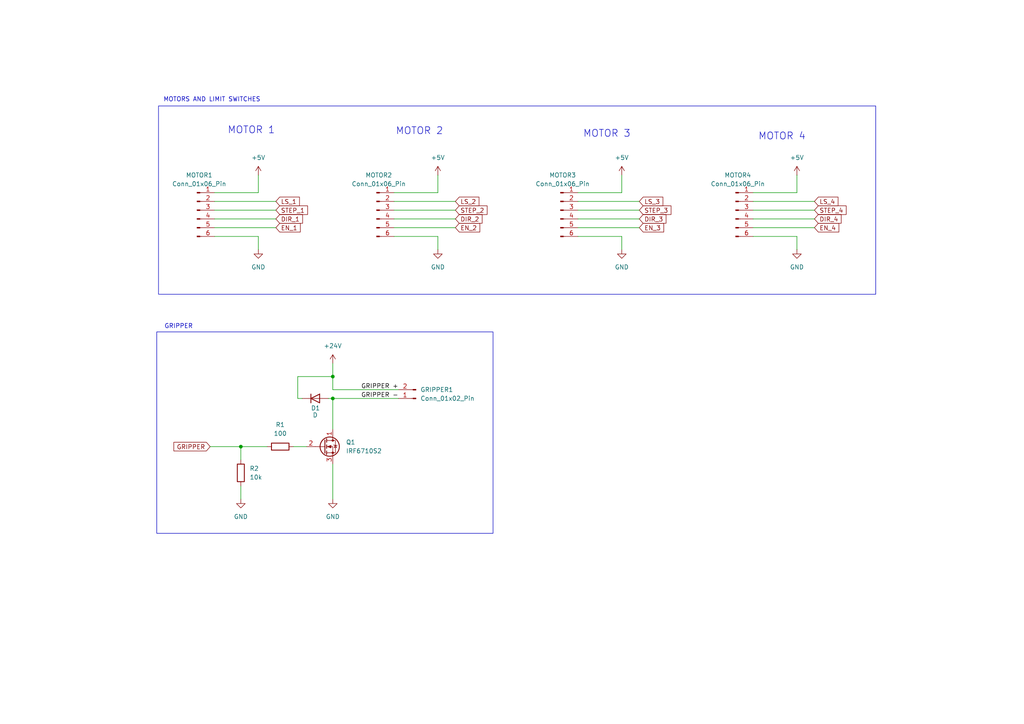
<source format=kicad_sch>
(kicad_sch (version 20231120) (generator "eeschema") (generator_version "8.0")
  (paper "A4")
  (lib_symbols
    (symbol "Connector:Conn_01x02_Pin" (pin_names (offset 1.016) hide)
      (property "Reference" "J" (at 0 2.54 0))
      (property "Value" "Conn_01x02_Pin" (at 0 -5.08 0))
      (symbol "Conn_01x02_Pin_1_1"
        (polyline (pts (xy 1.27 -2.54) (xy 0.8636 -2.54)) (stroke (width 0.1524)))
        (polyline (pts (xy 1.27 0) (xy 0.8636 0)) (stroke (width 0.1524)))
        (rectangle (start 0.8636 -2.413) (end 0 -2.667) (stroke (width 0.1524)) (fill (type outline)))
        (rectangle (start 0.8636 0.127) (end 0 -0.127) (stroke (width 0.1524)) (fill (type outline)))
        (pin passive line (at 5.08 0 180) (length 3.81) (name "Pin_1") (number "1"))
        (pin passive line (at 5.08 -2.54 180) (length 3.81) (name "Pin_2") (number "2"))
      )
    )
    (symbol "Connector:Conn_01x06_Pin" (pin_names (offset 1.016) hide)
      (property "Reference" "J" (at 0 7.62 0))
      (property "Value" "Conn_01x06_Pin" (at 0 -10.16 0))
      (symbol "Conn_01x06_Pin_1_1"
        (polyline (pts (xy 1.27 -7.62) (xy 0.8636 -7.62)) (stroke (width 0.1524)))
        (polyline (pts (xy 1.27 -5.08) (xy 0.8636 -5.08)) (stroke (width 0.1524)))
        (polyline (pts (xy 1.27 -2.54) (xy 0.8636 -2.54)) (stroke (width 0.1524)))
        (polyline (pts (xy 1.27 0) (xy 0.8636 0)) (stroke (width 0.1524)))
        (polyline (pts (xy 1.27 2.54) (xy 0.8636 2.54)) (stroke (width 0.1524)))
        (polyline (pts (xy 1.27 5.08) (xy 0.8636 5.08)) (stroke (width 0.1524)))
        (rectangle (start 0.8636 -7.493) (end 0 -7.747) (stroke (width 0.1524)) (fill (type outline)))
        (rectangle (start 0.8636 -4.953) (end 0 -5.207) (stroke (width 0.1524)) (fill (type outline)))
        (rectangle (start 0.8636 -2.413) (end 0 -2.667) (stroke (width 0.1524)) (fill (type outline)))
        (rectangle (start 0.8636 0.127) (end 0 -0.127) (stroke (width 0.1524)) (fill (type outline)))
        (rectangle (start 0.8636 2.667) (end 0 2.413) (stroke (width 0.1524)) (fill (type outline)))
        (rectangle (start 0.8636 5.207) (end 0 4.953) (stroke (width 0.1524)) (fill (type outline)))
        (pin passive line (at 5.08 5.08 180) (length 3.81) (name "Pin_1") (number "1"))
        (pin passive line (at 5.08 2.54 180) (length 3.81) (name "Pin_2") (number "2"))
        (pin passive line (at 5.08 0 180) (length 3.81) (name "Pin_3") (number "3"))
        (pin passive line (at 5.08 -2.54 180) (length 3.81) (name "Pin_4") (number "4"))
        (pin passive line (at 5.08 -5.08 180) (length 3.81) (name "Pin_5") (number "5"))
        (pin passive line (at 5.08 -7.62 180) (length 3.81) (name "Pin_6") (number "6"))
      )
    )
    (symbol "Device:D" (pin_numbers hide) (pin_names (offset 1.016) hide)
      (property "Reference" "D" (at 0 2.54 0))
      (property "Value" "D" (at 0 -2.54 0))
      (symbol "D_0_1"
        (polyline (pts (xy -1.27 1.27) (xy -1.27 -1.27)) (stroke (width 0.254)))
        (polyline (pts (xy 1.27 0) (xy -1.27 0)))
        (polyline (pts (xy 1.27 1.27) (xy 1.27 -1.27) (xy -1.27 0) (xy 1.27 1.27)) (stroke (width 0.254)))
      )
      (symbol "D_1_1"
        (pin passive line (at -3.81 0 0) (length 2.54) (name "K") (number "1"))
        (pin passive line (at 3.81 0 180) (length 2.54) (name "A") (number "2"))
      )
    )
    (symbol "Device:R" (pin_numbers hide) (pin_names (offset 0))
      (property "Reference" "R" (at 2.032 0 90))
      (property "Value" "R" (at 0 0 90))
      (symbol "R_0_1"
        (rectangle (start -1.016 -2.54) (end 1.016 2.54) (stroke (width 0.254)))
      )
      (symbol "R_1_1"
        (pin passive line (at 0 3.81 270) (length 1.27) (name "~") (number "1"))
        (pin passive line (at 0 -3.81 90) (length 1.27) (name "~") (number "2"))
      )
    )
    (symbol "Transistor_FET:IRF6710S2" (pin_names hide)
      (property "Reference" "Q" (at 5.08 1.905 0))
      (property "Value" "IRF6710S2" (at 5.08 0 0))
      (symbol "IRF6710S2_0_1"
        (polyline (pts (xy 0.254 0) (xy -2.54 0)))
        (polyline (pts (xy 0.254 1.905) (xy 0.254 -1.905)) (stroke (width 0.254)))
        (polyline (pts (xy 0.762 -1.27) (xy 0.762 -2.286)) (stroke (width 0.254)))
        (polyline (pts (xy 0.762 0.508) (xy 0.762 -0.508)) (stroke (width 0.254)))
        (polyline (pts (xy 0.762 2.286) (xy 0.762 1.27)) (stroke (width 0.254)))
        (polyline (pts (xy 2.54 2.54) (xy 2.54 1.778)))
        (polyline (pts (xy 2.54 -2.54) (xy 2.54 0) (xy 0.762 0)))
        (polyline (pts (xy 0.762 -1.778) (xy 3.302 -1.778) (xy 3.302 1.778) (xy 0.762 1.778)))
        (polyline (pts (xy 1.016 0) (xy 2.032 0.381) (xy 2.032 -0.381) (xy 1.016 0)) (fill (type outline)))
        (polyline (pts (xy 2.794 0.508) (xy 2.921 0.381) (xy 3.683 0.381) (xy 3.81 0.254)))
        (polyline (pts (xy 3.302 0.381) (xy 2.921 -0.254) (xy 3.683 -0.254) (xy 3.302 0.381)))
        (circle (center 1.651 0) (radius 2.794) (stroke (width 0.254)))
        (circle (center 2.54 -1.778) (radius 0.254) (fill (type outline)))
        (circle (center 2.54 1.778) (radius 0.254) (fill (type outline)))
      )
      (symbol "IRF6710S2_1_1"
        (pin passive line (at 2.54 5.08 270) (length 2.54) (name "D") (number "1"))
        (pin input line (at -5.08 0 0) (length 2.54) (name "G") (number "2"))
        (pin passive line (at 2.54 -5.08 90) (length 2.54) (name "S") (number "3"))
      )
    )
    (symbol "power:+24V" (power) (pin_numbers hide) (pin_names (offset 0) hide)
      (property "Value" "+24V" (at 0 3.556 0))
      (symbol "+24V_0_1"
        (polyline (pts (xy -0.762 1.27) (xy 0 2.54)))
        (polyline (pts (xy 0 0) (xy 0 2.54)))
        (polyline (pts (xy 0 2.54) (xy 0.762 1.27)))
      )
      (symbol "+24V_1_1"
        (pin power_in line (at 0 0 90) (length 0) (name "~") (number "1"))
      )
    )
    (symbol "power:GND" (power) (pin_numbers hide) (pin_names (offset 0) hide)
      (property "Value" "GND" (at 0 -3.81 0))
      (symbol "GND_0_1"
        (polyline (pts (xy 0 0) (xy 0 -1.27) (xy 1.27 -1.27) (xy 0 -2.54) (xy -1.27 -1.27) (xy 0 -1.27)))
      )
      (symbol "GND_1_1"
        (pin power_in line (at 0 0 270) (length 0) (name "~") (number "1"))
      )
    )
    (symbol "power:VDD" (power) (pin_numbers hide) (pin_names (offset 0) hide)
      (property "Value" "VDD" (at 0 3.556 0))
      (symbol "VDD_0_1"
        (polyline (pts (xy -0.762 1.27) (xy 0 2.54)))
        (polyline (pts (xy 0 0) (xy 0 2.54)))
        (polyline (pts (xy 0 2.54) (xy 0.762 1.27)))
      )
      (symbol "VDD_1_1"
        (pin power_in line (at 0 0 90) (length 0) (name "~") (number "1"))
      )
    )
  )
  (junction (at 96.52 109.22))
  (junction (at 96.52 115.57))
  (junction (at 69.85 129.54))
  (wire (pts (xy 127 50.8) (xy 127 55.88)))
  (wire (pts (xy 69.85 129.54) (xy 77.47 129.54)))
  (wire (pts (xy 114.3 55.88) (xy 127 55.88)))
  (wire (pts (xy 62.23 60.96) (xy 80.01 60.96)))
  (wire (pts (xy 114.3 60.96) (xy 132.08 60.96)))
  (wire (pts (xy 180.34 68.58) (xy 180.34 72.39)))
  (wire (pts (xy 180.34 50.8) (xy 180.34 55.88)))
  (wire (pts (xy 69.85 133.35) (xy 69.85 129.54)))
  (wire (pts (xy 114.3 66.04) (xy 132.08 66.04)))
  (wire (pts (xy 231.14 50.8) (xy 231.14 55.88)))
  (wire (pts (xy 231.14 68.58) (xy 231.14 72.39)))
  (wire (pts (xy 218.44 63.5) (xy 236.22 63.5)))
  (wire (pts (xy 62.23 68.58) (xy 74.93 68.58)))
  (wire (pts (xy 86.36 115.57) (xy 87.63 115.57)))
  (wire (pts (xy 218.44 68.58) (xy 231.14 68.58)))
  (wire (pts (xy 218.44 58.42) (xy 236.22 58.42)))
  (wire (pts (xy 69.85 140.97) (xy 69.85 144.78)))
  (wire (pts (xy 218.44 55.88) (xy 231.14 55.88)))
  (wire (pts (xy 167.64 66.04) (xy 185.42 66.04)))
  (wire (pts (xy 62.23 55.88) (xy 74.93 55.88)))
  (wire (pts (xy 62.23 66.04) (xy 80.01 66.04)))
  (wire (pts (xy 218.44 66.04) (xy 236.22 66.04)))
  (wire (pts (xy 62.23 58.42) (xy 80.01 58.42)))
  (wire (pts (xy 96.52 134.62) (xy 96.52 144.78)))
  (wire (pts (xy 167.64 68.58) (xy 180.34 68.58)))
  (wire (pts (xy 74.93 50.8) (xy 74.93 55.88)))
  (wire (pts (xy 218.44 60.96) (xy 236.22 60.96)))
  (wire (pts (xy 167.64 58.42) (xy 185.42 58.42)))
  (wire (pts (xy 86.36 109.22) (xy 96.52 109.22)))
  (wire (pts (xy 114.3 63.5) (xy 132.08 63.5)))
  (wire (pts (xy 62.23 63.5) (xy 80.01 63.5)))
  (wire (pts (xy 96.52 115.57) (xy 96.52 124.46)))
  (wire (pts (xy 114.3 58.42) (xy 132.08 58.42)))
  (wire (pts (xy 96.52 105.41) (xy 96.52 109.22)))
  (wire (pts (xy 95.25 115.57) (xy 96.52 115.57)))
  (wire (pts (xy 167.64 60.96) (xy 185.42 60.96)))
  (wire (pts (xy 115.57 115.57) (xy 96.52 115.57)))
  (wire (pts (xy 60.96 129.54) (xy 69.85 129.54)))
  (wire (pts (xy 127 68.58) (xy 127 72.39)))
  (wire (pts (xy 96.52 113.03) (xy 115.57 113.03)))
  (wire (pts (xy 86.36 115.57) (xy 86.36 109.22)))
  (wire (pts (xy 74.93 68.58) (xy 74.93 72.39)))
  (wire (pts (xy 167.64 63.5) (xy 185.42 63.5)))
  (wire (pts (xy 85.09 129.54) (xy 88.9 129.54)))
  (wire (pts (xy 96.52 109.22) (xy 96.52 113.03)))
  (wire (pts (xy 167.64 55.88) (xy 180.34 55.88)))
  (wire (pts (xy 114.3 68.58) (xy 127 68.58)))
  (rectangle (start 45.974 30.734) (end 254 85.344))
  (rectangle (start 45.466 96.266) (end 143.002 154.686))
  (text "MOTOR 2" (at 121.666 38.1 0) (effects (font (size 2.032 2.032))))
  (text "MOTOR 4" (at 226.822 39.624 0) (effects (font (size 2.032 2.032))))
  (text "MOTORS AND LIMIT SWITCHES" (at 61.468 28.956 0) (effects (font (size 1.27 1.27))))
  (text "MOTOR 3" (at 176.022 38.862 0) (effects (font (size 2.032 2.032))))
  (text "GRIPPER" (at 51.816 94.742 0) (effects (font (size 1.27 1.27))))
  (text "MOTOR 1" (at 72.898 37.846 0) (effects (font (size 2.032 2.032))))
  (label "GRIPPER +" (at 115.57 113.03 180))
  (label "GRIPPER -" (at 115.57 115.57 180))
  (global_label "EN_1" (shape input) (at 80.01 66.04 0) (property "Intersheetrefs" "${INTERSHEET_REFS}" (effects (hide yes))))
  (global_label "STEP_2" (shape input) (at 132.08 60.96 0) (property "Intersheetrefs" "${INTERSHEET_REFS}" (effects (hide yes))))
  (global_label "STEP_4" (shape input) (at 236.22 60.96 0) (property "Intersheetrefs" "${INTERSHEET_REFS}" (effects (hide yes))))
  (global_label "LS_3" (shape input) (at 185.42 58.42 0) (property "Intersheetrefs" "${INTERSHEET_REFS}" (effects (hide yes))))
  (global_label "LS_4" (shape input) (at 236.22 58.42 0) (property "Intersheetrefs" "${INTERSHEET_REFS}" (effects (hide yes))))
  (global_label "DIR_1" (shape input) (at 80.01 63.5 0) (property "Intersheetrefs" "${INTERSHEET_REFS}" (effects (hide yes))))
  (global_label "DIR_4" (shape input) (at 236.22 63.5 0) (property "Intersheetrefs" "${INTERSHEET_REFS}" (effects (hide yes))))
  (global_label "STEP_3" (shape input) (at 185.42 60.96 0) (property "Intersheetrefs" "${INTERSHEET_REFS}" (effects (hide yes))))
  (global_label "EN_2" (shape input) (at 132.08 66.04 0) (property "Intersheetrefs" "${INTERSHEET_REFS}" (effects (hide yes))))
  (global_label "EN_3" (shape input) (at 185.42 66.04 0) (property "Intersheetrefs" "${INTERSHEET_REFS}" (effects (hide yes))))
  (global_label "LS_1" (shape input) (at 80.01 58.42 0) (property "Intersheetrefs" "${INTERSHEET_REFS}" (effects (hide yes))))
  (global_label "DIR_3" (shape input) (at 185.42 63.5 0) (property "Intersheetrefs" "${INTERSHEET_REFS}" (effects (hide yes))))
  (global_label "DIR_2" (shape input) (at 132.08 63.5 0) (property "Intersheetrefs" "${INTERSHEET_REFS}" (effects (hide yes))))
  (global_label "STEP_1" (shape input) (at 80.01 60.96 0) (property "Intersheetrefs" "${INTERSHEET_REFS}" (effects (hide yes))))
  (global_label "GRIPPER" (shape input) (at 60.96 129.54 180) (property "Intersheetrefs" "${INTERSHEET_REFS}" (effects (hide yes))))
  (global_label "EN_4" (shape input) (at 236.22 66.04 0) (property "Intersheetrefs" "${INTERSHEET_REFS}" (effects (hide yes))))
  (global_label "LS_2" (shape input) (at 132.08 58.42 0) (property "Intersheetrefs" "${INTERSHEET_REFS}" (effects (hide yes))))
  (symbol (lib_id "Device:R") (at 69.85 137.16 0) (unit 1)
    (property "Reference" "R2" (at 72.39 135.8899 0) (effects (justify left)))
    (property "Value" "10k" (at 72.39 138.4299 0) (effects (justify left)))
    (property "Footprint" "Resistor_SMD:R_0805_2012Metric" (effects (hide yes)))
    (property "Description" "Resistor" (effects (hide yes)))
  )
  (symbol (lib_id "power:GND") (at 231.14 72.39 0) (unit 1)
    (property "Reference" "#PWR014" (effects (hide yes)))
    (property "Value" "GND" (at 231.14 77.47 0))
    (property "Description" "Power symbol creates a global label with name \"GND\" , ground" (effects (hide yes)))
  )
  (symbol (lib_id "power:GND") (at 96.52 144.78 0) (unit 1)
    (property "Reference" "#PWR08" (effects (hide yes)))
    (property "Value" "GND" (at 96.52 149.86 0))
    (property "Description" "Power symbol creates a global label with name \"GND\" , ground" (effects (hide yes)))
  )
  (symbol (lib_id "power:VDD") (at 127 50.8 0) (unit 1)
    (property "Reference" "#PWR010" (effects (hide yes)))
    (property "Value" "+5V" (at 127 45.72 0))
    (property "Description" "Power symbol creates a global label with name \"VDD\"" (effects (hide yes)))
  )
  (symbol (lib_id "Connector:Conn_01x06_Pin") (at 57.15 60.96 0) (unit 1)
    (property "Reference" "MOTOR1" (at 57.785 50.8 0))
    (property "Value" "Conn_01x06_Pin" (at 57.785 53.34 0))
    (property "Footprint" "01_myLibrary:TerminalBlock 45 degrees, pitch 3.5mm, 6 pins, WAGO 250-102 000-012" (effects (hide yes)))
    (property "Description" "Generic connector, single row, 01x06, script generated" (effects (hide yes)))
  )
  (symbol (lib_id "Device:D") (at 91.44 115.57 0) (unit 1)
    (property "Reference" "D1" (at 90.17 118.364 0) (effects (justify left)))
    (property "Value" "D" (at 90.678 120.396 0) (effects (justify left)))
    (property "Footprint" "Diode_SMD:D_0805_2012Metric" (effects (hide yes)))
    (property "Description" "Diode" (effects (hide yes)))
    (property "Sim.Device" "D" (effects (hide yes)))
    (property "Sim.Pins" "1=K 2=A" (effects (hide yes)))
  )
  (symbol (lib_id "power:+24V") (at 96.52 105.41 0) (unit 1)
    (property "Reference" "#PWR07" (effects (hide yes)))
    (property "Value" "+24V" (at 96.52 100.33 0))
    (property "Description" "Power symbol creates a global label with name \"+24V\"" (effects (hide yes)))
  )
  (symbol (lib_id "Connector:Conn_01x02_Pin") (at 120.65 115.57 180) (unit 1)
    (property "Reference" "GRIPPER1" (at 121.92 113.0299 0) (effects (justify right)))
    (property "Value" "Conn_01x02_Pin" (at 121.92 115.5699 0) (effects (justify right)))
    (property "Footprint" "01_myLibrary:TerminalBlock 45 degrees, pitch 3.5mm, 2 pins, WAGO 250-102 000-012" (effects (hide yes)))
    (property "Description" "Generic connector, single row, 01x02, script generated" (effects (hide yes)))
  )
  (symbol (lib_id "Connector:Conn_01x06_Pin") (at 109.22 60.96 0) (unit 1)
    (property "Reference" "MOTOR2" (at 109.855 50.8 0))
    (property "Value" "Conn_01x06_Pin" (at 109.855 53.34 0))
    (property "Footprint" "01_myLibrary:TerminalBlock 45 degrees, pitch 3.5mm, 6 pins, WAGO 250-102 000-012" (effects (hide yes)))
    (property "Description" "Generic connector, single row, 01x06, script generated" (effects (hide yes)))
  )
  (symbol (lib_id "power:GND") (at 69.85 144.78 0) (unit 1)
    (property "Reference" "#PWR09" (effects (hide yes)))
    (property "Value" "GND" (at 69.85 149.86 0))
    (property "Description" "Power symbol creates a global label with name \"GND\" , ground" (effects (hide yes)))
  )
  (symbol (lib_id "power:GND") (at 180.34 72.39 0) (unit 1)
    (property "Reference" "#PWR012" (effects (hide yes)))
    (property "Value" "GND" (at 180.34 77.47 0))
    (property "Description" "Power symbol creates a global label with name \"GND\" , ground" (effects (hide yes)))
  )
  (symbol (lib_id "power:VDD") (at 231.14 50.8 0) (unit 1)
    (property "Reference" "#PWR013" (effects (hide yes)))
    (property "Value" "+5V" (at 231.14 45.72 0))
    (property "Description" "Power symbol creates a global label with name \"VDD\"" (effects (hide yes)))
  )
  (symbol (lib_id "Connector:Conn_01x06_Pin") (at 213.36 60.96 0) (unit 1)
    (property "Reference" "MOTOR4" (at 213.995 50.8 0))
    (property "Value" "Conn_01x06_Pin" (at 213.995 53.34 0))
    (property "Footprint" "01_myLibrary:TerminalBlock 45 degrees, pitch 3.5mm, 6 pins, WAGO 250-102 000-012" (effects (hide yes)))
    (property "Description" "Generic connector, single row, 01x06, script generated" (effects (hide yes)))
  )
  (symbol (lib_id "Transistor_FET:IRF6710S2") (at 93.98 129.54 0) (unit 1)
    (property "Reference" "Q1" (at 100.33 128.2699 0) (effects (justify left)))
    (property "Value" "IRF6710S2" (at 100.33 130.8099 0) (effects (justify left)))
    (property "Footprint" "Package_TO_SOT_THT:TO-220-3_Horizontal_TabDown" (effects (hide yes)))
    (property "Datasheet" "https://www.infineon.com/dgdl/irf6710s2pbf.pdf?fileId=5546d462533600a4015355ece3db1a78" (effects (hide yes)))
    (property "Description" "12A Id, 25V Vds, 5.9mOhm Rds, N-Channel MOSFET, DirectFET S1" (effects (hide yes)))
  )
  (symbol (lib_id "power:GND") (at 127 72.39 0) (unit 1)
    (property "Reference" "#PWR01" (effects (hide yes)))
    (property "Value" "GND" (at 127 77.47 0))
    (property "Description" "Power symbol creates a global label with name \"GND\" , ground" (effects (hide yes)))
  )
  (symbol (lib_id "Connector:Conn_01x06_Pin") (at 162.56 60.96 0) (unit 1)
    (property "Reference" "MOTOR3" (at 163.195 50.8 0))
    (property "Value" "Conn_01x06_Pin" (at 163.195 53.34 0))
    (property "Footprint" "01_myLibrary:TerminalBlock 45 degrees, pitch 3.5mm, 6 pins, WAGO 250-102 000-012" (effects (hide yes)))
    (property "Description" "Generic connector, single row, 01x06, script generated" (effects (hide yes)))
  )
  (symbol (lib_id "power:GND") (at 74.93 72.39 0) (unit 1)
    (property "Reference" "#PWR030" (effects (hide yes)))
    (property "Value" "GND" (at 74.93 77.47 0))
    (property "Description" "Power symbol creates a global label with name \"GND\" , ground" (effects (hide yes)))
  )
  (symbol (lib_id "power:VDD") (at 180.34 50.8 0) (unit 1)
    (property "Reference" "#PWR011" (effects (hide yes)))
    (property "Value" "+5V" (at 180.34 45.72 0))
    (property "Description" "Power symbol creates a global label with name \"VDD\"" (effects (hide yes)))
  )
  (symbol (lib_id "power:VDD") (at 74.93 50.8 0) (unit 1)
    (property "Reference" "#PWR029" (effects (hide yes)))
    (property "Value" "+5V" (at 74.93 45.72 0))
    (property "Description" "Power symbol creates a global label with name \"VDD\"" (effects (hide yes)))
  )
  (symbol (lib_id "Device:R") (at 81.28 129.54 90) (unit 1)
    (property "Reference" "R1" (at 81.28 123.19 90))
    (property "Value" "100" (at 81.28 125.73 90))
    (property "Footprint" "Resistor_SMD:R_0805_2012Metric" (effects (hide yes)))
    (property "Description" "Resistor" (effects (hide yes)))
  )
)
</source>
